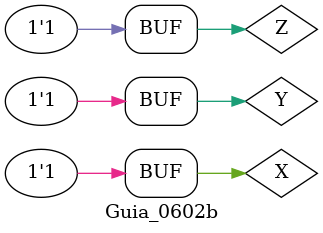
<source format=v>
/*
 Guia_0602b.v - v0.0. - 28 / 08 / 2022
 Autor    : Gabriel Vargas Bento de Souza
 Matricula: 778023
 */

/* 
 Produto das somas
               ____
F(X, Y, Z) =   | |  M (1, 6, 7) = PoS(1, 6, 7)
*/

/**
 PoS (1, 6, 7) = X+Y+Z' . X'+Y'+Z . X'+Y'+Z'
 */
module PoS (output S,
            input  X, Y, Z);
   assign S = ( X |  Y | ~Z)  // 1  
            & (~X | ~Y |  Z)  // 6
            & (~X | ~Y | ~Z); // 7
endmodule // PoS 

/**
 PoS(1,6,7)_Simplificado = X'+Y' . X+Y+Z'
 */
module PoS_simple (output S,
                   input  X, Y, Z);
   assign S = (~X | ~Y     )
            & ( X |  Y | ~Z);
endmodule // PoS_simple

/**
  Guia_0602b.v
 */
module Guia_0602b;
   reg  X, Y, Z;
   wire S1, S2;
   
   // instancias
   PoS        POS1 (S1, X, Y, Z);
   PoS_simple POS2 (S2, X, Y, Z);
   
   // valores iniciais
   initial begin: start
      X=1'bx; Y=1'bx; Z=1'bx;
   end

   // parte principal
   initial begin: main
       $display("Gabriel Vargas Bento de Souza - 778023");
       $display("Guia_06");
       $display("\n02.b) PoS (1, 6, 7)\n");

       // monitoramento
       $display(" X  Y  Z  S1  S2");
       $monitor("%2b %2b %2b %2b %3b", X,  Y,  Z,  S1, S2);

       // sinalizacao
          X=0; Y=0; Z=0;
       #1           Z=1;
       #1      Y=1; Z=0;
       #1           Z=1;
       #1 X=1; Y=0; Z=0;
       #1           Z=1;
       #1      Y=1; Z=0;
       #1           Z=1;
   end
endmodule // Guia_0602b

/*
C:\Users\Gabriel\Desktop\CC-PUC\2Periodo\ARQ1\Tarefas\Guia06>vvp Guia_0602b.vvp
Gabriel Vargas Bento de Souza - 778023
Guia_06

02.b) PoS (1, 6, 7)

 X  Y  Z  S1  S2
 0  0  0  1   1
 0  0  1  0   0
 0  1  0  1   1
 0  1  1  1   1
 1  0  0  1   1
 1  0  1  1   1
 1  1  0  0   0
 1  1  1  0   0
*/
</source>
